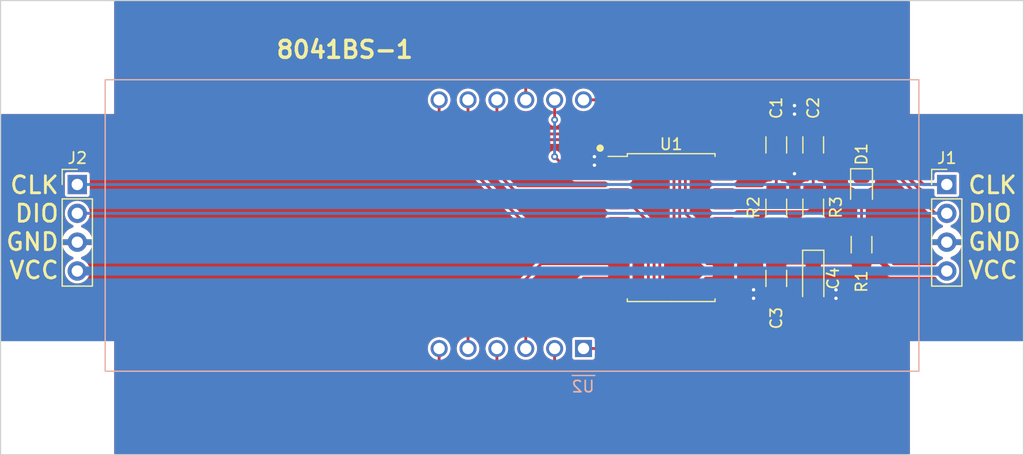
<source format=kicad_pcb>
(kicad_pcb (version 20240108) (generator "pcbnew") (generator_version "8.0")
  (layers (0 "F.Cu" signal) (31 "B.Cu" signal) (34 "B.Paste" user) (35 "F.Paste" user) (36 "B.SilkS" user "B.Silkscreen") (37 "F.SilkS" user "F.Silkscreen") (38 "B.Mask" user) (39 "F.Mask" user) (44 "Edge.Cuts" user))
  (net 0 "")
  (net 1 "Net-(J1-Pin_1)")
  (net 2 "GND")
  (net 3 "Net-(J1-Pin_2)")
  (net 4 "VCC")
  (net 5 "Net-(D1-A)")
  (net 6 "Net-(U1-SEG1{slash}KS1)")
  (net 7 "Net-(U1-SEG2{slash}KS2)")
  (net 8 "Net-(U1-SEG3{slash}KS3)")
  (net 9 "Net-(U1-SEG4{slash}KS4)")
  (net 10 "Net-(U1-SEG5{slash}KS5)")
  (net 11 "Net-(U1-SEG6{slash}KS6)")
  (net 12 "Net-(U1-SEG7{slash}KS7)")
  (net 13 "Net-(U1-SEG8{slash}KS8)")
  (net 16 "Net-(U1-GRID4)")
  (net 17 "Net-(U1-GRID3)")
  (net 18 "Net-(U1-GRID2)")
  (net 19 "Net-(U1-GRID1)")
  (footprint "Capacitor_SMD:C_1206_3216Metric" (layer "F.Cu") (at 68.25 12.7125 90)
    (property "Reference" "C1" (at 3.25 0 90) (layer "F.SilkS"))
    (property "Value" "100p")
    (fp_line (start -0.711252 -0.91) (end 0.711252 -0.91) (stroke (width 0.12)) (layer "F.SilkS"))
    (fp_line (start -0.711252 0.91) (end 0.711252 0.91) (stroke (width 0.12)) (layer "F.SilkS"))
    (pad "1" smd roundrect (at -1.475 0 90) (size 1.15 1.8) (layers "F.Cu" "F.Paste" "F.Mask") (roundrect_rratio 0.217391) (net 1 "Net-(J1-Pin_1)"))
    (pad "2" smd roundrect (at 1.475 0 90) (size 1.15 1.8) (layers "F.Cu" "F.Paste" "F.Mask") (roundrect_rratio 0.217391) (net 2 "GND"))
  )
  (footprint "MountingHole:MountingHole_3.2mm_M3" (layer "F.Cu") (at 85 35)
    (property "Reference" "H4" (hide yes))
    (property "Value" "MountingHole" (hide yes))
    (pad "" np_thru_hole circle (at 0 0) (size 3.2 3.2) (drill 3.2) (layers "F&B.Cu" "*.Mask"))
  )
  (footprint "Capacitor_SMD:C_1206_3216Metric" (layer "F.Cu") (at 71.5 12.7125 90)
    (property "Reference" "C2" (at 3.25 0 90) (layer "F.SilkS"))
    (property "Value" "100p")
    (fp_line (start -0.711252 -0.91) (end 0.711252 -0.91) (stroke (width 0.12)) (layer "F.SilkS"))
    (fp_line (start -0.711252 0.91) (end 0.711252 0.91) (stroke (width 0.12)) (layer "F.SilkS"))
    (pad "1" smd roundrect (at -1.475 0 90) (size 1.15 1.8) (layers "F.Cu" "F.Paste" "F.Mask") (roundrect_rratio 0.217391) (net 3 "Net-(J1-Pin_2)"))
    (pad "2" smd roundrect (at 1.475 0 90) (size 1.15 1.8) (layers "F.Cu" "F.Paste" "F.Mask") (roundrect_rratio 0.217391) (net 2 "GND"))
  )
  (footprint "Resistor_SMD:R_1206_3216Metric" (layer "F.Cu") (at 75.75 21.5 90)
    (property "Reference" "R1" (at -3.25 0 90) (layer "F.SilkS"))
    (property "Value" "1k")
    (fp_line (start -0.727064 -0.91) (end 0.727064 -0.91) (stroke (width 0.12)) (layer "F.SilkS"))
    (fp_line (start -0.727064 0.91) (end 0.727064 0.91) (stroke (width 0.12)) (layer "F.SilkS"))
    (pad "1" smd roundrect (at -1.4625 0 90) (size 1.125 1.75) (layers "F.Cu" "F.Paste" "F.Mask") (roundrect_rratio 0.222222) (net 4 "VCC"))
    (pad "2" smd roundrect (at 1.4625 0 90) (size 1.125 1.75) (layers "F.Cu" "F.Paste" "F.Mask") (roundrect_rratio 0.222222) (net 5 "Net-(D1-A)"))
  )
  (footprint "Capacitor_Tantalum_SMD:CP_EIA-3216-10_Kemet-I_Pad1.58x1.35mm_HandSolder" (layer "F.Cu") (at 71.5 24.475 -90)
    (property "Reference" "C4" (at 0 -1.75 -90) (layer "F.SilkS"))
    (property "Value" "100u")
    (fp_line (start -2.485 0.935) (end 1.6 0.935) (stroke (width 0.12)) (layer "F.SilkS"))
    (fp_line (start -2.485 -0.935) (end -2.485 0.935) (stroke (width 0.12)) (layer "F.SilkS"))
    (fp_line (start 1.6 -0.935) (end -2.485 -0.935) (stroke (width 0.12)) (layer "F.SilkS"))
    (pad "1" smd roundrect (at -1.4375 0 270) (size 1.575 1.35) (layers "F.Cu" "F.Paste" "F.Mask") (roundrect_rratio 0.185185) (net 4 "VCC"))
    (pad "2" smd roundrect (at 1.4375 0 270) (size 1.575 1.35) (layers "F.Cu" "F.Paste" "F.Mask") (roundrect_rratio 0.185185) (net 2 "GND"))
  )
  (footprint "Resistor_SMD:R_1206_3216Metric" (layer "F.Cu") (at 71.5 18.2125 90)
    (property "Reference" "R3" (at 0 2 90) (layer "F.SilkS"))
    (property "Value" "10k")
    (fp_line (start -0.727064 -0.91) (end 0.727064 -0.91) (stroke (width 0.12)) (layer "F.SilkS"))
    (fp_line (start -0.727064 0.91) (end 0.727064 0.91) (stroke (width 0.12)) (layer "F.SilkS"))
    (pad "1" smd roundrect (at -1.4625 0 90) (size 1.125 1.75) (layers "F.Cu" "F.Paste" "F.Mask") (roundrect_rratio 0.222222) (net 4 "VCC"))
    (pad "2" smd roundrect (at 1.4625 0 90) (size 1.125 1.75) (layers "F.Cu" "F.Paste" "F.Mask") (roundrect_rratio 0.222222) (net 3 "Net-(J1-Pin_2)"))
  )
  (footprint "Capacitor_SMD:C_1206_3216Metric" (layer "F.Cu") (at 68.25 24.475 -90)
    (property "Reference" "C3" (at 3.5 0 90) (layer "F.SilkS"))
    (property "Value" "1u")
    (fp_line (start -0.711252 0.91) (end 0.711252 0.91) (stroke (width 0.12)) (layer "F.SilkS"))
    (fp_line (start -0.711252 -0.91) (end 0.711252 -0.91) (stroke (width 0.12)) (layer "F.SilkS"))
    (pad "1" smd roundrect (at -1.475 0 270) (size 1.15 1.8) (layers "F.Cu" "F.Paste" "F.Mask") (roundrect_rratio 0.217391) (net 4 "VCC"))
    (pad "2" smd roundrect (at 1.475 0 270) (size 1.15 1.8) (layers "F.Cu" "F.Paste" "F.Mask") (roundrect_rratio 0.217391) (net 2 "GND"))
  )
  (footprint "MountingHole:MountingHole_3.2mm_M3" (layer "F.Cu") (at 85 5)
    (property "Reference" "H3" (hide yes))
    (property "Value" "MountingHole" (hide yes))
    (pad "" np_thru_hole circle (at 0 0) (size 3.2 3.2) (drill 3.2) (layers "F&B.Cu" "*.Mask"))
  )
  (footprint "Connector_PinHeader_2.54mm:PinHeader_1x04_P2.54mm_Vertical" (layer "F.Cu") (at 6.75 16.2)
    (property "Reference" "J2" (at 0 -2.33 0) (layer "F.SilkS"))
    (property "Value" "Conn_01x04_Pin" (hide yes))
    (fp_line (start -1.33 -1.33) (end 0 -1.33) (stroke (width 0.12)) (layer "F.SilkS"))
    (fp_line (start -1.33 0) (end -1.33 -1.33) (stroke (width 0.12)) (layer "F.SilkS"))
    (fp_line (start -1.33 1.27) (end -1.33 8.95) (stroke (width 0.12)) (layer "F.SilkS"))
    (fp_line (start -1.33 1.27) (end 1.33 1.27) (stroke (width 0.12)) (layer "F.SilkS"))
    (fp_line (start -1.33 8.95) (end 1.33 8.95) (stroke (width 0.12)) (layer "F.SilkS"))
    (fp_line (start 1.33 1.27) (end 1.33 8.95) (stroke (width 0.12)) (layer "F.SilkS"))
    (pad "1" thru_hole rect (at 0 0) (size 1.7 1.7) (drill 1) (layers "*.Cu" "*.Mask") (net 1 "Net-(J1-Pin_1)"))
    (pad "2" thru_hole oval (at 0 2.54) (size 1.7 1.7) (drill 1) (layers "*.Cu" "*.Mask") (net 3 "Net-(J1-Pin_2)"))
    (pad "3" thru_hole oval (at 0 5.08) (size 1.7 1.7) (drill 1) (layers "*.Cu" "*.Mask") (net 2 "GND"))
    (pad "4" thru_hole oval (at 0 7.62) (size 1.7 1.7) (drill 1) (layers "*.Cu" "*.Mask") (net 4 "VCC"))
  )
  (footprint "Package_SO:SOP-20_7.5x12.8mm_P1.27mm" (layer "F.Cu") (at 59 20)
    (property "Reference" "U1" (at 0 -7.35 0) (layer "F.SilkS"))
    (property "Value" "TM1637")
    (fp_line (start -3.86 -6.51) (end -3.86 -6.275) (stroke (width 0.12)) (layer "F.SilkS"))
    (fp_line (start -3.86 -6.275) (end -5.55 -6.275) (stroke (width 0.12)) (layer "F.SilkS"))
    (fp_line (start -3.86 6.51) (end -3.86 6.275) (stroke (width 0.12)) (layer "F.SilkS"))
    (fp_line (start 0 -6.51) (end -3.86 -6.51) (stroke (width 0.12)) (layer "F.SilkS"))
    (fp_line (start 0 -6.51) (end 3.86 -6.51) (stroke (width 0.12)) (layer "F.SilkS"))
    (fp_line (start 0 6.51) (end -3.86 6.51) (stroke (width 0.12)) (layer "F.SilkS"))
    (fp_line (start 0 6.51) (end 3.86 6.51) (stroke (width 0.12)) (layer "F.SilkS"))
    (fp_line (start 3.86 -6.51) (end 3.86 -6.275) (stroke (width 0.12)) (layer "F.SilkS"))
    (fp_line (start 3.86 6.51) (end 3.86 6.275) (stroke (width 0.12)) (layer "F.SilkS"))
    (pad "1" smd roundrect (at -4.6 -5.715) (size 1.9 0.6) (layers "F.Cu" "F.Paste" "F.Mask") (net 2 "GND"))
    (pad "2" smd roundrect (at -4.6 -4.445) (size 1.9 0.6) (layers "F.Cu" "F.Paste" "F.Mask") (net 6 "Net-(U1-SEG1{slash}KS1)"))
    (pad "3" smd roundrect (at -4.6 -3.175) (size 1.9 0.6) (layers "F.Cu" "F.Paste" "F.Mask") (net 7 "Net-(U1-SEG2{slash}KS2)"))
    (pad "4" smd roundrect (at -4.6 -1.905) (size 1.9 0.6) (layers "F.Cu" "F.Paste" "F.Mask") (net 8 "Net-(U1-SEG3{slash}KS3)"))
    (pad "5" smd roundrect (at -4.6 -0.635) (size 1.9 0.6) (layers "F.Cu" "F.Paste" "F.Mask") (net 9 "Net-(U1-SEG4{slash}KS4)"))
    (pad "6" smd roundrect (at -4.6 0.635) (size 1.9 0.6) (layers "F.Cu" "F.Paste" "F.Mask") (net 10 "Net-(U1-SEG5{slash}KS5)"))
    (pad "7" smd roundrect (at -4.6 1.905) (size 1.9 0.6) (layers "F.Cu" "F.Paste" "F.Mask") (net 11 "Net-(U1-SEG6{slash}KS6)"))
    (pad "8" smd roundrect (at -4.6 3.175) (size 1.9 0.6) (layers "F.Cu" "F.Paste" "F.Mask") (net 12 "Net-(U1-SEG7{slash}KS7)"))
    (pad "9" smd roundrect (at -4.6 4.445) (size 1.9 0.6) (layers "F.Cu" "F.Paste" "F.Mask") (net 13 "Net-(U1-SEG8{slash}KS8)"))
    (pad "10" smd roundrect (at -4.6 5.715) (size 1.9 0.6) (layers "F.Cu" "F.Paste" "F.Mask"))
    (pad "11" smd roundrect (at 4.6 5.715) (size 1.9 0.6) (layers "F.Cu" "F.Paste" "F.Mask"))
    (pad "12" smd roundrect (at 4.6 4.445) (size 1.9 0.6) (layers "F.Cu" "F.Paste" "F.Mask") (net 16 "Net-(U1-GRID4)"))
    (pad "13" smd roundrect (at 4.6 3.175) (size 1.9 0.6) (layers "F.Cu" "F.Paste" "F.Mask") (net 17 "Net-(U1-GRID3)"))
    (pad "14" smd roundrect (at 4.6 1.905) (size 1.9 0.6) (layers "F.Cu" "F.Paste" "F.Mask") (net 18 "Net-(U1-GRID2)"))
    (pad "15" smd roundrect (at 4.6 0.635) (size 1.9 0.6) (layers "F.Cu" "F.Paste" "F.Mask") (net 19 "Net-(U1-GRID1)"))
    (pad "16" smd roundrect (at 4.6 -0.635) (size 1.9 0.6) (layers "F.Cu" "F.Paste" "F.Mask") (net 4 "VCC"))
    (pad "17" smd roundrect (at 4.6 -1.905) (size 1.9 0.6) (layers "F.Cu" "F.Paste" "F.Mask") (net 3 "Net-(J1-Pin_2)"))
    (pad "18" smd roundrect (at 4.6 -3.175) (size 1.9 0.6) (layers "F.Cu" "F.Paste" "F.Mask") (net 1 "Net-(J1-Pin_1)"))
    (pad "19" smd roundrect (at 4.6 -4.445) (size 1.9 0.6) (layers "F.Cu" "F.Paste" "F.Mask"))
    (pad "20" smd roundrect (at 4.6 -5.715) (size 1.9 0.6) (layers "F.Cu" "F.Paste" "F.Mask"))
  )
  (footprint "Resistor_SMD:R_1206_3216Metric" (layer "F.Cu") (at 68.25 18.2125 90)
    (property "Reference" "R2" (at 0 -2 90) (layer "F.SilkS"))
    (property "Value" "10k")
    (fp_line (start -0.727064 -0.91) (end 0.727064 -0.91) (stroke (width 0.12)) (layer "F.SilkS"))
    (fp_line (start -0.727064 0.91) (end 0.727064 0.91) (stroke (width 0.12)) (layer "F.SilkS"))
    (pad "1" smd roundrect (at -1.4625 0 90) (size 1.125 1.75) (layers "F.Cu" "F.Paste" "F.Mask") (roundrect_rratio 0.222222) (net 4 "VCC"))
    (pad "2" smd roundrect (at 1.4625 0 90) (size 1.125 1.75) (layers "F.Cu" "F.Paste" "F.Mask") (roundrect_rratio 0.222222) (net 1 "Net-(J1-Pin_1)"))
  )
  (footprint "LED_SMD:LED_0805_2012Metric" (layer "F.Cu") (at 75.75 16.5 -90)
    (property "Reference" "D1" (at -2.9695 0 90) (layer "F.SilkS"))
    (property "Value" "LED")
    (fp_line (start -1.685 0.96) (end 1 0.96) (stroke (width 0.12)) (layer "F.SilkS"))
    (fp_line (start -1.685 -0.96) (end -1.685 0.96) (stroke (width 0.12)) (layer "F.SilkS"))
    (fp_line (start 1 -0.96) (end -1.685 -0.96) (stroke (width 0.12)) (layer "F.SilkS"))
    (pad "1" smd roundrect (at -0.9375 0 270) (size 0.975 1.4) (layers "F.Cu" "F.Paste" "F.Mask") (net 2 "GND"))
    (pad "2" smd roundrect (at 0.9375 0 270) (size 0.975 1.4) (layers "F.Cu" "F.Paste" "F.Mask") (net 5 "Net-(D1-A)"))
  )
  (footprint "Connector_PinHeader_2.54mm:PinHeader_1x04_P2.54mm_Vertical" (layer "F.Cu") (at 83.25 16.2)
    (property "Reference" "J1" (at 0 -2.33 0) (layer "F.SilkS"))
    (property "Value" "Conn_01x04_Pin" (hide yes))
    (fp_line (start -1.33 -1.33) (end 0 -1.33) (stroke (width 0.12)) (layer "F.SilkS"))
    (fp_line (start -1.33 0) (end -1.33 -1.33) (stroke (width 0.12)) (layer "F.SilkS"))
    (fp_line (start -1.33 1.27) (end -1.33 8.95) (stroke (width 0.12)) (layer "F.SilkS"))
    (fp_line (start -1.33 1.27) (end 1.33 1.27) (stroke (width 0.12)) (layer "F.SilkS"))
    (fp_line (start -1.33 8.95) (end 1.33 8.95) (stroke (width 0.12)) (layer "F.SilkS"))
    (fp_line (start 1.33 1.27) (end 1.33 8.95) (stroke (width 0.12)) (layer "F.SilkS"))
    (pad "1" thru_hole rect (at 0 0) (size 1.7 1.7) (drill 1) (layers "*.Cu" "*.Mask") (net 1 "Net-(J1-Pin_1)"))
    (pad "2" thru_hole oval (at 0 2.54) (size 1.7 1.7) (drill 1) (layers "*.Cu" "*.Mask") (net 3 "Net-(J1-Pin_2)"))
    (pad "3" thru_hole oval (at 0 5.08) (size 1.7 1.7) (drill 1) (layers "*.Cu" "*.Mask") (net 2 "GND"))
    (pad "4" thru_hole oval (at 0 7.62) (size 1.7 1.7) (drill 1) (layers "*.Cu" "*.Mask") (net 4 "VCC"))
  )
  (footprint "MountingHole:MountingHole_3.2mm_M3" (layer "F.Cu") (at 5 35)
    (property "Reference" "H2" (hide yes))
    (property "Value" "MountingHole" (hide yes))
    (pad "" np_thru_hole circle (at 0 0) (size 3.2 3.2) (drill 3.2) (layers "F&B.Cu" "*.Mask"))
  )
  (footprint "MountingHole:MountingHole_3.2mm_M3" (layer "F.Cu") (at 5 5.08)
    (property "Reference" "H1" (hide yes))
    (property "Value" "MountingHole" (hide yes))
    (pad "" np_thru_hole circle (at 0 0) (size 3.2 3.2) (drill 3.2) (layers "*.Cu" "*.Mask"))
  )
  (footprint "my_library:8041AS" (layer "B.Cu") (at 51.2875 30.645 90)
    (property "Reference" "U2" (at -3.355 -0.0375 0) (layer "B.SilkS") (effects (justify mirror)))
    (property "Value" "CA56-12SRWA")
    (fp_line (start 23.67 -42.085) (end 23.67 29.51) (stroke (width 0.12)) (layer "B.SilkS"))
    (fp_line (start -2 -42.085) (end 23.67 -42.085) (stroke (width 0.12)) (layer "B.SilkS"))
    (fp_line (start -2.38 1) (end -2.38 -1) (stroke (width 0.12)) (layer "B.SilkS"))
    (fp_line (start -2 29.51) (end -2 -42.085) (stroke (width 0.12)) (layer "B.SilkS"))
    (fp_line (start -2 29.51) (end 23.67 29.51) (stroke (width 0.12)) (layer "B.SilkS"))
    (pad "1" thru_hole rect (at 0 0 90) (size 1.5 1.5) (drill 1) (layers "*.Cu" "*.Mask") (net 10 "Net-(U1-SEG5{slash}KS5)"))
    (pad "2" thru_hole circle (at 0 -2.54 90) (size 1.5 1.5) (drill 1) (layers "*.Cu" "*.Mask") (net 9 "Net-(U1-SEG4{slash}KS4)"))
    (pad "3" thru_hole circle (at 0 -5.08 90) (size 1.5 1.5) (drill 1) (layers "*.Cu" "*.Mask") (net 13 "Net-(U1-SEG8{slash}KS8)"))
    (pad "4" thru_hole circle (at 0 -7.62 90) (size 1.5 1.5) (drill 1) (layers "*.Cu" "*.Mask") (net 8 "Net-(U1-SEG3{slash}KS3)"))
    (pad "5" thru_hole circle (at 0 -10.16 90) (size 1.5 1.5) (drill 1) (layers "*.Cu" "*.Mask") (net 12 "Net-(U1-SEG7{slash}KS7)"))
    (pad "6" thru_hole circle (at 0 -12.7 90) (size 1.5 1.5) (drill 1) (layers "*.Cu" "*.Mask") (net 16 "Net-(U1-GRID4)"))
    (pad "7" thru_hole circle (at 21.9 -12.7 90) (size 1.5 1.5) (drill 1) (layers "*.Cu" "*.Mask") (net 7 "Net-(U1-SEG2{slash}KS2)"))
    (pad "8" thru_hole circle (at 21.9 -10.16 90) (size 1.5 1.5) (drill 1) (layers "*.Cu" "*.Mask") (net 17 "Net-(U1-GRID3)"))
    (pad "9" thru_hole circle (at 21.9 -7.62 90) (size 1.5 1.5) (drill 1) (layers "*.Cu" "*.Mask") (net 18 "Net-(U1-GRID2)"))
    (pad "10" thru_hole circle (at 21.9 -5.08 90) (size 1.5 1.5) (drill 1) (layers "*.Cu" "*.Mask") (net 11 "Net-(U1-SEG6{slash}KS6)"))
    (pad "11" thru_hole circle (at 21.9 -2.54 90) (size 1.5 1.5) (drill 1) (layers "*.Cu" "*.Mask") (net 6 "Net-(U1-SEG1{slash}KS1)"))
    (pad "12" thru_hole circle (at 21.9 0 90) (size 1.5 1.5) (drill 1) (layers "*.Cu" "*.Mask") (net 19 "Net-(U1-GRID1)"))
  )
  (gr_circle (center 52.75 13) (end 53 13) (stroke (width 0.15)) (fill solid) (layer "F.SilkS"))
  (gr_rect (start 0 0) (end 90 40) (stroke (width 0.1)) (fill none) (layer "Edge.Cuts"))
  (gr_text "CLK" (at 5.25 16.25 0) (layer "F.SilkS") (effects (font (size 1.5 1.5) (thickness 0.25) (bold yes)) (justify right)))
  (gr_text "DIO" (at 5.25 18.75 0) (layer "F.SilkS") (effects (font (size 1.5 1.5) (thickness 0.25) (bold yes)) (justify right)))
  (gr_text "GND" (at 85 21.25 0) (layer "F.SilkS") (effects (font (size 1.5 1.5) (thickness 0.25) (bold yes)) (justify left)))
  (gr_text "8041BS-1" (at 24.116 5.2 0) (layer "F.SilkS") (effects (font (size 1.5 1.5) (thickness 0.3) (bold yes)) (justify left bottom)))
  (gr_text "CLK" (at 85 16.25 0) (layer "F.SilkS") (effects (font (size 1.5 1.5) (thickness 0.25) (bold yes)) (justify left)))
  (gr_text "GND" (at 5.25 21.25 0) (layer "F.SilkS") (effects (font (size 1.5 1.5) (thickness 0.25) (bold yes)) (justify right)))
  (gr_text "VCC" (at 5.25 23.75 0) (layer "F.SilkS") (effects (font (size 1.5 1.5) (thickness 0.25) (bold yes)) (justify right)))
  (gr_text "DIO" (at 85 18.75 0) (layer "F.SilkS") (effects (font (size 1.5 1.5) (thickness 0.25) (bold yes)) (justify left)))
  (gr_text "VCC" (at 85 23.75 0) (layer "F.SilkS") (effects (font (size 1.5 1.5) (thickness 0.25) (bold yes)) (justify left)))
  (segment (start 63.6 16.825) (end 68.175 16.825) (width 0.25) (layer "F.Cu") (net 1))
  (segment (start 70.125 12.7125) (end 77.7125 12.7125) (width 0.25) (layer "F.Cu") (net 1))
  (segment (start 77.7125 12.7125) (end 81.2 16.2) (width 0.25) (layer "F.Cu") (net 1))
  (segment (start 68.25 16.75) (end 68.25 14.1875) (width 0.25) (layer "F.Cu") (net 1))
  (segment (start 68.65 14.1875) (end 70.125 12.7125) (width 0.25) (layer "F.Cu") (net 1))
  (segment (start 68.25 14.1875) (end 68.65 14.1875) (width 0.25) (layer "F.Cu") (net 1))
  (segment (start 68.175 16.825) (end 68.25 16.75) (width 0.25) (layer "F.Cu") (net 1))
  (segment (start 81.2 16.2) (end 83.25 16.2) (width 0.25) (layer "F.Cu") (net 1))
  (segment (start 6.75 16.2) (end 83.25 16.2) (width 0.25) (layer "B.Cu") (net 1))
  (via (at 73.5 25.475) (size 0.6) (drill 0.3) (layers "F.Cu" "B.Cu") (net 2))
  (via (at 69.85 9.25) (size 0.6) (drill 0.3) (layers "F.Cu" "B.Cu") (net 2))
  (via (at 66.25 25.475) (size 0.6) (drill 0.3) (layers "F.Cu" "B.Cu") (net 2))
  (via (at 66.25 26.225) (size 0.6) (drill 0.3) (layers "F.Cu" "B.Cu") (net 2))
  (via (at 73.5 26.225) (size 0.6) (drill 0.3) (layers "F.Cu" "B.Cu") (net 2))
  (via (at 69.85 10) (size 0.6) (drill 0.3) (layers "F.Cu" "B.Cu") (net 2))
  (via (at 52.25 14.5) (size 0.6) (drill 0.3) (layers "F.Cu" "B.Cu") (net 2))
  (via (at 52.25 13.75) (size 0.6) (drill 0.3) (layers "F.Cu" "B.Cu") (net 2))
  (via (at 69.85 15.25) (size 0.6) (drill 0.3) (layers "F.Cu" "B.Cu") (net 2))
  (segment (start 77.25 13.75) (end 82.24 18.74) (width 0.25) (layer "F.Cu") (net 3))
  (segment (start 70.88625 18.095) (end 71.5 17.48125) (width 0.25) (layer "F.Cu") (net 3))
  (segment (start 71.5 14.1875) (end 71.5 16.75) (width 0.25) (layer "F.Cu") (net 3))
  (segment (start 73.2125 13.75) (end 77.25 13.75) (width 0.25) (layer "F.Cu") (net 3))
  (segment (start 63.6 18.095) (end 70.88625 18.095) (width 0.25) (layer "F.Cu") (net 3))
  (segment (start 71.5 17.48125) (end 71.5 16.75) (width 0.25) (layer "F.Cu") (net 3))
  (segment (start 72.775 14.1875) (end 73.2125 13.75) (width 0.25) (layer "F.Cu") (net 3))
  (segment (start 82.24 18.74) (end 83.25 18.74) (width 0.25) (layer "F.Cu") (net 3))
  (segment (start 71.5 14.1875) (end 72.775 14.1875) (width 0.25) (layer "F.Cu") (net 3))
  (segment (start 6.75 18.74) (end 83.25 18.74) (width 0.25) (layer "B.Cu") (net 3))
  (segment (start 63.6 19.365) (end 65.865 19.365) (width 0.5) (layer "F.Cu") (net 4))
  (segment (start 71.5 19.675) (end 68.25 19.675) (width 0.5) (layer "F.Cu") (net 4))
  (segment (start 83.25 23.82) (end 78.32 23.82) (width 0.5) (layer "F.Cu") (net 4))
  (segment (start 68.25 19.675) (end 68.25 23) (width 0.5) (layer "F.Cu") (net 4))
  (segment (start 75.7125 23) (end 75.75 22.9625) (width 0.5) (layer "F.Cu") (net 4))
  (segment (start 65.865 19.365) (end 66.175 19.675) (width 0.5) (layer "F.Cu") (net 4))
  (segment (start 77.4625 22.9625) (end 75.75 22.9625) (width 0.5) (layer "F.Cu") (net 4))
  (segment (start 78.32 23.82) (end 77.4625 22.9625) (width 0.5) (layer "F.Cu") (net 4))
  (segment (start 66.175 19.675) (end 68.25 19.675) (width 0.5) (layer "F.Cu") (net 4))
  (segment (start 71.5 23) (end 75.7125 23) (width 0.5) (layer "F.Cu") (net 4))
  (segment (start 68.25 23) (end 71.5 23) (width 0.5) (layer "F.Cu") (net 4))
  (segment (start 83.25 23.82) (end 6.75 23.82) (width 0.8) (layer "B.Cu") (net 4))
  (segment (start 75.75 20.0375) (end 75.75 17.4375) (width 0.25) (layer "F.Cu") (net 5))
  (segment (start 50.5525 15.555) (end 54.4 15.555) (width 0.25) (layer "F.Cu") (net 6))
  (segment (start 48.7475 13.75) (end 50.5525 15.555) (width 0.25) (layer "F.Cu") (net 6))
  (segment (start 48.7475 10.5) (end 48.7475 8.745) (width 0.25) (layer "F.Cu") (net 6))
  (via (at 48.7475 10.5) (size 0.6) (drill 0.3) (layers "F.Cu" "B.Cu") (net 6))
  (via (at 48.7475 13.75) (size 0.6) (drill 0.3) (layers "F.Cu" "B.Cu") (net 6))
  (segment (start 48.7475 10.5) (end 48.7475 13.75) (width 0.25) (layer "B.Cu") (net 6))
  (segment (start 54.4 16.825) (end 45.325 16.825) (width 0.25) (layer "F.Cu") (net 7))
  (segment (start 38.5875 10.0875) (end 38.5875 8.745) (width 0.25) (layer "F.Cu") (net 7))
  (segment (start 45.325 16.825) (end 38.5875 10.0875) (width 0.25) (layer "F.Cu") (net 7))
  (segment (start 55.595 18.095) (end 54.4 18.095) (width 0.25) (layer "F.Cu") (net 8))
  (segment (start 43.6675 31.9175) (end 44.75 33) (width 0.25) (layer "F.Cu") (net 8))
  (segment (start 43.6675 30.645) (end 43.6675 31.9175) (width 0.25) (layer "F.Cu") (net 8))
  (segment (start 52.75 33) (end 58 27.75) (width 0.25) (layer "F.Cu") (net 8))
  (segment (start 58 20.5) (end 55.595 18.095) (width 0.25) (layer "F.Cu") (net 8))
  (segment (start 44.75 33) (end 52.75 33) (width 0.25) (layer "F.Cu") (net 8))
  (segment (start 58 27.75) (end 58 20.5) (width 0.25) (layer "F.Cu") (net 8))
  (segment (start 55.615 19.365) (end 54.4 19.365) (width 0.25) (layer "F.Cu") (net 9))
  (segment (start 57.5 27.5) (end 57.5 21.25) (width 0.25) (layer "F.Cu") (net 9))
  (segment (start 48.7475 31.7475) (end 49.5 32.5) (width 0.25) (layer "F.Cu") (net 9))
  (segment (start 52.5 32.5) (end 57.5 27.5) (width 0.25) (layer "F.Cu") (net 9))
  (segment (start 48.7475 30.645) (end 48.7475 31.7475) (width 0.25) (layer "F.Cu") (net 9))
  (segment (start 57.5 21.25) (end 55.615 19.365) (width 0.25) (layer "F.Cu") (net 9))
  (segment (start 49.5 32.5) (end 52.5 32.5) (width 0.25) (layer "F.Cu") (net 9))
  (segment (start 51.2875 30.645) (end 53.605 30.645) (width 0.25) (layer "F.Cu") (net 10))
  (segment (start 53.605 30.645) (end 57 27.25) (width 0.25) (layer "F.Cu") (net 10))
  (segment (start 57 22) (end 55.635 20.635) (width 0.25) (layer "F.Cu") (net 10))
  (segment (start 57 27.25) (end 57 22) (width 0.25) (layer "F.Cu") (net 10))
  (segment (start 55.635 20.635) (end 54.4 20.635) (width 0.25) (layer "F.Cu") (net 10))
  (segment (start 36.75 10.25) (end 48.405 21.905) (width 0.25) (layer "F.Cu") (net 11))
  (segment (start 46.2075 7.7075) (end 45.5 7) (width 0.25) (layer "F.Cu") (net 11))
  (segment (start 37.75 7) (end 36.75 8) (width 0.25) (layer "F.Cu") (net 11))
  (segment (start 46.2075 8.745) (end 46.2075 7.7075) (width 0.25) (layer "F.Cu") (net 11))
  (segment (start 45.5 7) (end 37.75 7) (width 0.25) (layer "F.Cu") (net 11))
  (segment (start 36.75 8) (end 36.75 10.25) (width 0.25) (layer "F.Cu") (net 11))
  (segment (start 48.405 21.905) (end 54.4 21.905) (width 0.25) (layer "F.Cu") (net 11))
  (segment (start 41.1275 29.6225) (end 41.1275 30.645) (width 0.25) (layer "F.Cu") (net 12))
  (segment (start 47.575 23.175) (end 41.1275 29.6225) (width 0.25) (layer "F.Cu") (net 12))
  (segment (start 54.4 23.175) (end 47.575 23.175) (width 0.25) (layer "F.Cu") (net 12))
  (segment (start 46.2075 29.5425) (end 51.305 24.445) (width 0.25) (layer "F.Cu") (net 13))
  (segment (start 46.2075 30.645) (end 46.2075 29.5425) (width 0.25) (layer "F.Cu") (net 13))
  (segment (start 51.305 24.445) (end 54.4 24.445) (width 0.25) (layer "F.Cu") (net 13))
  (segment (start 53 33.5) (end 40 33.5) (width 0.25) (layer "F.Cu") (net 16))
  (segment (start 63.6 24.445) (end 62.055 24.445) (width 0.25) (layer "F.Cu") (net 16))
  (segment (start 38.5875 32.0875) (end 38.5875 30.645) (width 0.25) (layer "F.Cu") (net 16))
  (segment (start 40 33.5) (end 38.5875 32.0875) (width 0.25) (layer "F.Cu") (net 16))
  (segment (start 62.055 24.445) (end 53 33.5) (width 0.25) (layer "F.Cu") (net 16))
  (segment (start 62.175 23.175) (end 63.6 23.175) (width 0.25) (layer "F.Cu") (net 17))
  (segment (start 41.1275 8.745) (end 41.1275 9.8775) (width 0.25) (layer "F.Cu") (net 17))
  (segment (start 59.25 14.75) (end 59.25 20.25) (width 0.25) (layer "F.Cu") (net 17))
  (segment (start 56.75 12.25) (end 59.25 14.75) (width 0.25) (layer "F.Cu") (net 17))
  (segment (start 41.1275 9.8775) (end 43.5 12.25) (width 0.25) (layer "F.Cu") (net 17))
  (segment (start 43.5 12.25) (end 56.75 12.25) (width 0.25) (layer "F.Cu") (net 17))
  (segment (start 59.25 20.25) (end 62.175 23.175) (width 0.25) (layer "F.Cu") (net 17))
  (segment (start 45.5 11.75) (end 57 11.75) (width 0.25) (layer "F.Cu") (net 18))
  (segment (start 43.6675 9.9175) (end 45.5 11.75) (width 0.25) (layer "F.Cu") (net 18))
  (segment (start 59.75 14.5) (end 59.75 19.5) (width 0.25) (layer "F.Cu") (net 18))
  (segment (start 59.75 19.5) (end 62.155 21.905) (width 0.25) (layer "F.Cu") (net 18))
  (segment (start 57 11.75) (end 59.75 14.5) (width 0.25) (layer "F.Cu") (net 18))
  (segment (start 62.155 21.905) (end 63.6 21.905) (width 0.25) (layer "F.Cu") (net 18))
  (segment (start 43.6675 8.745) (end 43.6675 9.9175) (width 0.25) (layer "F.Cu") (net 18))
  (segment (start 54.745 8.745) (end 60.25 14.25) (width 0.25) (layer "F.Cu") (net 19))
  (segment (start 62.135 20.635) (end 63.6 20.635) (width 0.25) (layer "F.Cu") (net 19))
  (segment (start 60.25 18.75) (end 62.135 20.635) (width 0.25) (layer "F.Cu") (net 19))
  (segment (start 51.2875 8.745) (end 54.745 8.745) (width 0.25) (layer "F.Cu") (net 19))
  (segment (start 60.25 14.25) (end 60.25 18.75) (width 0.25) (layer "F.Cu") (net 19))
  (zone (net 0) (net_name "") (layers "F&B.Cu") (connect_pads (clearance 0)) (min_thickness 0.25)
    (keepout (tracks allowed) (vias allowed) (pads allowed) (copperpour not_allowed) (footprints allowed))
    (fill (thermal_gap 0.5) (thermal_bridge_width 0.5))
    (polygon (pts (xy 90 30) (xy 80 30) (xy 80 40) (xy 90 40)))
  )
  (zone (net 2) (net_name "GND") (layers "F&B.Cu") (connect_pads (clearance 0.25)) (min_thickness 0.25) (fill yes (thermal_gap 0.5) (thermal_bridge_width 0.5))
    (polygon (pts (xy 0 0) (xy 90 0) (xy 90 40) (xy 0 40)))
  )
  (zone (net 0) (net_name "") (layers "F&B.Cu") (connect_pads (clearance 0)) (min_thickness 0.25)
    (keepout (tracks allowed) (vias allowed) (pads allowed) (copperpour not_allowed) (footprints allowed))
    (fill (thermal_gap 0.5) (thermal_bridge_width 0.5))
    (polygon (pts (xy 10 30) (xy 0 30) (xy 0 40) (xy 10 40)))
  )
  (zone (net 0) (net_name "") (layers "F&B.Cu") (connect_pads (clearance 0)) (min_thickness 0.25)
    (keepout (tracks allowed) (vias allowed) (pads allowed) (copperpour not_allowed) (footprints allowed))
    (fill (thermal_gap 0.5) (thermal_bridge_width 0.5))
    (polygon (pts (xy 10 0) (xy 0 0) (xy 0 10) (xy 10 10)))
  )
  (zone (net 0) (net_name "") (layers "F&B.Cu") (connect_pads (clearance 0)) (min_thickness 0.25)
    (keepout (tracks allowed) (vias allowed) (pads allowed) (copperpour not_allowed) (footprints allowed))
    (fill (thermal_gap 0.5) (thermal_bridge_width 0.5))
    (polygon (pts (xy 90 0) (xy 80 0) (xy 80 10) (xy 90 10)))
  )
)
</source>
